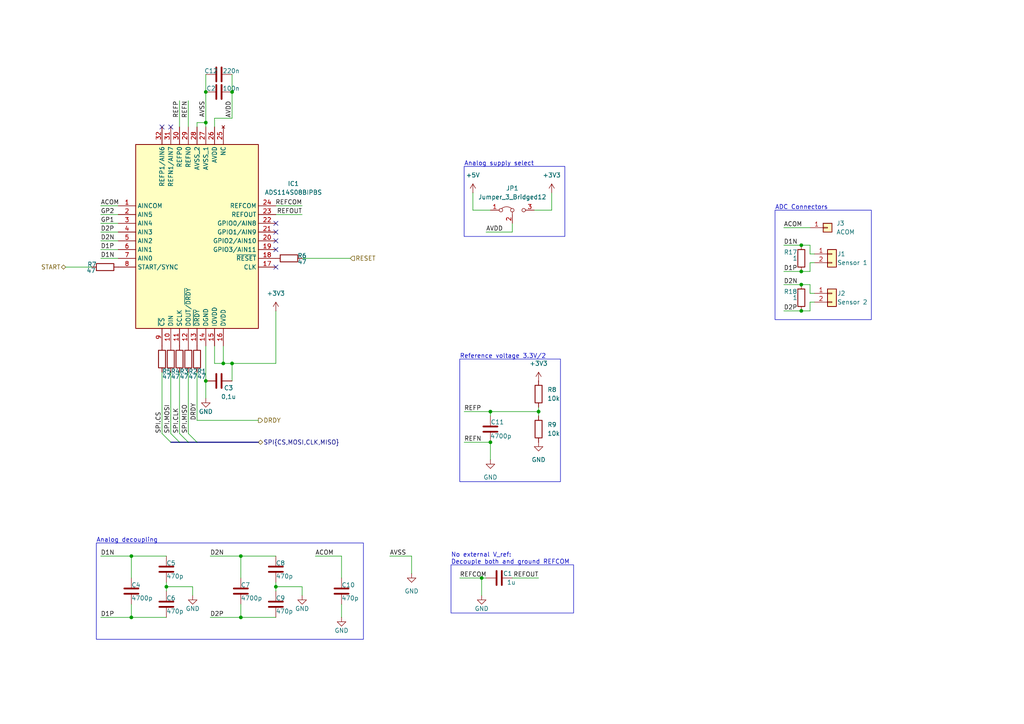
<source format=kicad_sch>
(kicad_sch (version 20250114) (generator "eeschema") (generator_version "9.0")
  (paper "A4")
  (lib_symbols
    (symbol "ADS114S08BIPBS:ADS114S08BIPBS"
      (property "Reference" "IC" (at 41.91 22.86 0))
      (property "Value" "ADS114S08BIPBS" (at 41.91 20.32 0))
      (symbol "ADS114S08BIPBS_1_1"
        (rectangle (start 5.08 17.78) (end 40.64 -35.56) (stroke (width 0.254)) (fill (type background)))
        (pin passive line (at 0 0 0) (length 5.08) (name "AINCOM") (number "1"))
        (pin passive line (at 0 -2.54 0) (length 5.08) (name "AIN5") (number "2"))
        (pin passive line (at 0 -5.08 0) (length 5.08) (name "AIN4") (number "3"))
        (pin passive line (at 0 -7.62 0) (length 5.08) (name "AIN3") (number "4"))
        (pin passive line (at 0 -10.16 0) (length 5.08) (name "AIN2") (number "5"))
        (pin passive line (at 0 -12.7 0) (length 5.08) (name "AIN1") (number "6"))
        (pin passive line (at 0 -15.24 0) (length 5.08) (name "AIN0") (number "7"))
        (pin passive line (at 0 -17.78 0) (length 5.08) (name "START/SYNC") (number "8"))
        (pin passive line (at 12.7 22.86 270) (length 5.08) (name "REFP1/AIN6") (number "32"))
        (pin passive line (at 12.7 -40.64 90) (length 5.08) (name "~{CS}") (number "9"))
        (pin passive line (at 15.24 22.86 270) (length 5.08) (name "REFN1/AIN7") (number "31"))
        (pin passive line (at 15.24 -40.64 90) (length 5.08) (name "DIN") (number "10"))
        (pin passive line (at 17.78 22.86 270) (length 5.08) (name "REFP0") (number "30"))
        (pin passive line (at 17.78 -40.64 90) (length 5.08) (name "SCLK") (number "11"))
        (pin passive line (at 20.32 22.86 270) (length 5.08) (name "REFN0") (number "29"))
        (pin passive line (at 20.32 -40.64 90) (length 5.08) (name "DOUT/~{DRDY}") (number "12"))
        (pin passive line (at 22.86 22.86 270) (length 5.08) (name "AVSS_2") (number "28"))
        (pin passive line (at 22.86 -40.64 90) (length 5.08) (name "~{DRDY}") (number "13"))
        (pin passive line (at 25.4 22.86 270) (length 5.08) (name "AVSS_1") (number "27"))
        (pin passive line (at 25.4 -40.64 90) (length 5.08) (name "DGND") (number "14"))
        (pin passive line (at 27.94 22.86 270) (length 5.08) (name "AVDD") (number "26"))
        (pin passive line (at 27.94 -40.64 90) (length 5.08) (name "IOVDD") (number "15"))
        (pin no_connect line (at 30.48 22.86 270) (length 5.08) (name "NC") (number "25"))
        (pin passive line (at 30.48 -40.64 90) (length 5.08) (name "DVDD") (number "16"))
        (pin passive line (at 45.72 0 180) (length 5.08) (name "REFCOM") (number "24"))
        (pin passive line (at 45.72 -2.54 180) (length 5.08) (name "REFOUT") (number "23"))
        (pin passive line (at 45.72 -5.08 180) (length 5.08) (name "GPIO0/AIN8") (number "22"))
        (pin passive line (at 45.72 -7.62 180) (length 5.08) (name "GPIO1/AIN9") (number "21"))
        (pin passive line (at 45.72 -10.16 180) (length 5.08) (name "GPIO2/AIN10") (number "20"))
        (pin passive line (at 45.72 -12.7 180) (length 5.08) (name "GPIO3/AIN11") (number "19"))
        (pin passive line (at 45.72 -15.24 180) (length 5.08) (name "~{RESET}") (number "18"))
        (pin passive line (at 45.72 -17.78 180) (length 5.08) (name "CLK") (number "17"))
      )
    )
    (symbol "Connector_Generic:Conn_01x01" (pin_names (offset 1.016) (hide yes))
      (property "Reference" "J" (at 0 2.54 0))
      (property "Value" "Conn_01x01" (at 0 -2.54 0))
      (symbol "Conn_01x01_1_1"
        (rectangle (start -1.27 1.27) (end 1.27 -1.27) (stroke (width 0.254)) (fill (type background)))
        (rectangle (start -1.27 0.127) (end 0 -0.127) (stroke (width 0.1524)))
        (pin passive line (at -5.08 0 0) (length 3.81) (name "Pin_1") (number "1"))
      )
    )
    (symbol "Connector_Generic:Conn_01x02" (pin_names (offset 1.016) (hide yes))
      (property "Reference" "J" (at 0 2.54 0))
      (property "Value" "Conn_01x02" (at 0 -5.08 0))
      (symbol "Conn_01x02_1_1"
        (rectangle (start -1.27 1.27) (end 1.27 -3.81) (stroke (width 0.254)) (fill (type background)))
        (rectangle (start -1.27 0.127) (end 0 -0.127) (stroke (width 0.1524)))
        (rectangle (start -1.27 -2.413) (end 0 -2.667) (stroke (width 0.1524)))
        (pin passive line (at -5.08 0 0) (length 3.81) (name "Pin_1") (number "1"))
        (pin passive line (at -5.08 -2.54 0) (length 3.81) (name "Pin_2") (number "2"))
      )
    )
    (symbol "Device:C" (pin_numbers (hide yes)) (pin_names (offset 0.254))
      (property "Reference" "C" (at 0.635 2.54 0))
      (property "Value" "C" (at 0.635 -2.54 0))
      (symbol "C_0_1"
        (polyline (pts (xy -2.032 0.762) (xy 2.032 0.762)) (stroke (width 0.508)))
        (polyline (pts (xy -2.032 -0.762) (xy 2.032 -0.762)) (stroke (width 0.508)))
      )
      (symbol "C_1_1"
        (pin passive line (at 0 3.81 270) (length 2.794) (name "~") (number "1"))
        (pin passive line (at 0 -3.81 90) (length 2.794) (name "~") (number "2"))
      )
    )
    (symbol "Device:R" (pin_numbers (hide yes)) (pin_names (offset 0))
      (property "Reference" "R" (at 2.032 0 90))
      (property "Value" "R" (at 0 0 90))
      (symbol "R_0_1"
        (rectangle (start -1.016 -2.54) (end 1.016 2.54) (stroke (width 0.254)))
      )
      (symbol "R_1_1"
        (pin passive line (at 0 3.81 270) (length 1.27) (name "~") (number "1"))
        (pin passive line (at 0 -3.81 90) (length 1.27) (name "~") (number "2"))
      )
    )
    (symbol "Jumper:Jumper_3_Bridged12" (pin_names (offset 0) (hide yes)) (exclude_from_sim yes) (in_bom no)
      (property "Reference" "JP" (at -2.54 -2.54 0))
      (property "Value" "Jumper_3_Bridged12" (at 0 2.794 0))
      (symbol "Jumper_3_Bridged12_0_0"
        (circle (center -3.302 0) (radius 0.508))
        (circle (center 0 0) (radius 0.508))
        (circle (center 3.302 0) (radius 0.508))
      )
      (symbol "Jumper_3_Bridged12_0_1"
        (arc (start -3.048 0.508) (mid -1.651 0.9912) (end -0.254 0.508))
        (polyline (pts (xy 0 -1.27) (xy 0 -0.508)))
      )
      (symbol "Jumper_3_Bridged12_1_1"
        (pin passive line (at -6.35 0 0) (length 2.54) (name "A") (number "1"))
        (pin passive line (at 0 -3.81 90) (length 2.54) (name "C") (number "2"))
        (pin passive line (at 6.35 0 180) (length 2.54) (name "B") (number "3"))
      )
    )
    (symbol "power:+3V3" (power) (pin_numbers (hide yes)) (pin_names (offset 0) (hide yes))
      (property "Value" "+3V3" (at 0 3.556 0))
      (symbol "+3V3_0_1"
        (polyline (pts (xy -0.762 1.27) (xy 0 2.54)))
        (polyline (pts (xy 0 2.54) (xy 0.762 1.27)))
        (polyline (pts (xy 0 0) (xy 0 2.54)))
      )
      (symbol "+3V3_1_1"
        (pin power_in line (at 0 0 90) (length 0) (name "~") (number "1"))
      )
    )
    (symbol "power:+5V" (power) (pin_numbers (hide yes)) (pin_names (offset 0) (hide yes))
      (property "Value" "+5V" (at 0 3.556 0))
      (symbol "+5V_0_1"
        (polyline (pts (xy -0.762 1.27) (xy 0 2.54)))
        (polyline (pts (xy 0 2.54) (xy 0.762 1.27)))
        (polyline (pts (xy 0 0) (xy 0 2.54)))
      )
      (symbol "+5V_1_1"
        (pin power_in line (at 0 0 90) (length 0) (name "~") (number "1"))
      )
    )
    (symbol "power:GND" (power) (pin_numbers (hide yes)) (pin_names (offset 0) (hide yes))
      (property "Value" "GND" (at 0 -3.81 0))
      (symbol "GND_0_1"
        (polyline (pts (xy 0 0) (xy 0 -1.27) (xy 1.27 -1.27) (xy 0 -2.54) (xy -1.27 -1.27) (xy 0 -1.27)))
      )
      (symbol "GND_1_1"
        (pin power_in line (at 0 0 270) (length 0) (name "~") (number "1"))
      )
    )
  )
  (rectangle (start 134.62 48.26) (end 163.83 68.58))
  (rectangle (start 224.79 60.96) (end 252.73 92.71))
  (rectangle (start 27.94 157.48) (end 105.41 185.42))
  (rectangle (start 130.81 163.83) (end 166.37 177.8))
  (rectangle (start 133.35 104.14) (end 162.56 139.7))
  (text "ADC Connectors" (at 224.79 60.96 0) (effects (font (size 1.27 1.27)) (justify left bottom)))
  (text "Analog decoupling" (at 27.94 157.48 0) (effects (font (size 1.27 1.27)) (justify left bottom)))
  (text "No external V_ref:\nDecouple both and ground REFCOM" (at 130.81 163.83 0) (effects (font (size 1.27 1.27)) (justify left bottom)))
  (text "Reference voltage 3.3V/2" (at 133.35 104.14 0) (effects (font (size 1.27 1.27)) (justify left bottom)))
  (text "Analog supply select" (at 134.62 48.26 0) (effects (font (size 1.27 1.27)) (justify left bottom)))
  (junction (at 232.41 82.55))
  (junction (at 67.31 105.41))
  (junction (at 69.85 161.29))
  (junction (at 59.69 26.67))
  (junction (at 48.26 170.18))
  (junction (at 142.24 128.27))
  (junction (at 142.24 119.38))
  (junction (at 64.77 105.41))
  (junction (at 232.41 71.12))
  (junction (at 38.1 161.29))
  (junction (at 59.69 35.56))
  (junction (at 59.69 110.49))
  (junction (at 139.7 167.64))
  (junction (at 67.31 26.67))
  (junction (at 232.41 90.17))
  (junction (at 38.1 179.07))
  (junction (at 69.85 179.07))
  (junction (at 80.01 170.18))
  (junction (at 232.41 78.74))
  (junction (at 156.21 119.38))
  (no_connect (at 49.53 36.83))
  (no_connect (at 46.99 36.83))
  (no_connect (at 80.01 67.31))
  (no_connect (at 80.01 77.47))
  (no_connect (at 80.01 64.77))
  (no_connect (at 80.01 72.39))
  (no_connect (at 80.01 69.85))
  (bus_entry (at 46.99 125.73) (size 2.54 2.54))
  (bus_entry (at 49.53 125.73) (size 2.54 2.54))
  (bus_entry (at 54.61 125.73) (size 2.54 2.54))
  (bus_entry (at 52.07 125.73) (size 2.54 2.54))
  (wire (pts (xy 59.69 110.49) (xy 59.69 115.57)))
  (wire (pts (xy 62.23 34.29) (xy 62.23 36.83)))
  (wire (pts (xy 60.96 161.29) (xy 69.85 161.29)))
  (wire (pts (xy 232.41 78.74) (xy 234.95 78.74)))
  (wire (pts (xy 57.15 35.56) (xy 57.15 36.83)))
  (wire (pts (xy 227.33 78.74) (xy 232.41 78.74)))
  (wire (pts (xy 29.21 74.93) (xy 34.29 74.93)))
  (wire (pts (xy 29.21 59.69) (xy 34.29 59.69)))
  (wire (pts (xy 69.85 161.29) (xy 69.85 167.64)))
  (wire (pts (xy 48.26 170.18) (xy 48.26 171.45)))
  (wire (pts (xy 19.05 77.47) (xy 26.67 77.47)))
  (wire (pts (xy 69.85 179.07) (xy 80.01 179.07)))
  (wire (pts (xy 67.31 21.59) (xy 67.31 26.67)))
  (wire (pts (xy 57.15 121.92) (xy 57.15 107.95)))
  (wire (pts (xy 80.01 170.18) (xy 80.01 171.45)))
  (wire (pts (xy 234.95 90.17) (xy 234.95 87.63)))
  (wire (pts (xy 52.07 29.21) (xy 52.07 36.83)))
  (wire (pts (xy 48.26 168.91) (xy 48.26 170.18)))
  (wire (pts (xy 80.01 90.17) (xy 80.01 105.41)))
  (wire (pts (xy 139.7 167.64) (xy 139.7 172.72)))
  (wire (pts (xy 59.69 26.67) (xy 59.69 35.56)))
  (wire (pts (xy 69.85 161.29) (xy 80.01 161.29)))
  (wire (pts (xy 67.31 105.41) (xy 67.31 110.49)))
  (bus (pts (xy 52.07 128.27) (xy 54.61 128.27)))
  (wire (pts (xy 99.06 167.64) (xy 99.06 161.29)))
  (wire (pts (xy 234.95 78.74) (xy 234.95 76.2)))
  (wire (pts (xy 59.69 35.56) (xy 59.69 36.83)))
  (wire (pts (xy 119.38 161.29) (xy 113.03 161.29)))
  (wire (pts (xy 80.01 105.41) (xy 67.31 105.41)))
  (wire (pts (xy 87.63 170.18) (xy 87.63 172.72)))
  (bus (pts (xy 49.53 128.27) (xy 52.07 128.27)))
  (wire (pts (xy 234.95 71.12) (xy 234.95 73.66)))
  (wire (pts (xy 227.33 90.17) (xy 232.41 90.17)))
  (wire (pts (xy 142.24 119.38) (xy 156.21 119.38)))
  (wire (pts (xy 69.85 175.26) (xy 69.85 179.07)))
  (wire (pts (xy 142.24 133.35) (xy 142.24 128.27)))
  (wire (pts (xy 87.63 59.69) (xy 80.01 59.69)))
  (wire (pts (xy 38.1 175.26) (xy 38.1 179.07)))
  (wire (pts (xy 99.06 161.29) (xy 91.44 161.29)))
  (wire (pts (xy 54.61 29.21) (xy 54.61 36.83)))
  (wire (pts (xy 64.77 100.33) (xy 64.77 105.41)))
  (wire (pts (xy 133.35 167.64) (xy 139.7 167.64)))
  (wire (pts (xy 46.99 107.95) (xy 46.99 125.73)))
  (wire (pts (xy 87.63 62.23) (xy 80.01 62.23)))
  (wire (pts (xy 148.59 167.64) (xy 156.21 167.64)))
  (wire (pts (xy 134.62 128.27) (xy 142.24 128.27)))
  (wire (pts (xy 139.7 167.64) (xy 140.97 167.64)))
  (wire (pts (xy 67.31 26.67) (xy 67.31 34.29)))
  (wire (pts (xy 49.53 107.95) (xy 49.53 125.73)))
  (wire (pts (xy 57.15 121.92) (xy 74.93 121.92)))
  (wire (pts (xy 234.95 85.09) (xy 236.22 85.09)))
  (wire (pts (xy 80.01 170.18) (xy 87.63 170.18)))
  (wire (pts (xy 137.16 60.96) (xy 142.24 60.96)))
  (wire (pts (xy 232.41 82.55) (xy 234.95 82.55)))
  (wire (pts (xy 80.01 168.91) (xy 80.01 170.18)))
  (wire (pts (xy 55.88 170.18) (xy 55.88 172.72)))
  (wire (pts (xy 160.02 60.96) (xy 160.02 55.88)))
  (wire (pts (xy 29.21 67.31) (xy 34.29 67.31)))
  (wire (pts (xy 148.59 67.31) (xy 148.59 64.77)))
  (wire (pts (xy 54.61 107.95) (xy 54.61 125.73)))
  (bus (pts (xy 57.15 128.27) (xy 74.93 128.27)))
  (wire (pts (xy 38.1 161.29) (xy 38.1 167.64)))
  (wire (pts (xy 227.33 66.04) (xy 234.95 66.04)))
  (wire (pts (xy 156.21 119.38) (xy 156.21 120.65)))
  (wire (pts (xy 137.16 55.88) (xy 137.16 60.96)))
  (wire (pts (xy 29.21 179.07) (xy 38.1 179.07)))
  (wire (pts (xy 29.21 72.39) (xy 34.29 72.39)))
  (wire (pts (xy 62.23 105.41) (xy 62.23 100.33)))
  (wire (pts (xy 227.33 71.12) (xy 232.41 71.12)))
  (wire (pts (xy 29.21 161.29) (xy 38.1 161.29)))
  (wire (pts (xy 234.95 82.55) (xy 234.95 85.09)))
  (wire (pts (xy 52.07 107.95) (xy 52.07 125.73)))
  (wire (pts (xy 99.06 179.07) (xy 99.06 175.26)))
  (wire (pts (xy 38.1 179.07) (xy 48.26 179.07)))
  (wire (pts (xy 156.21 118.11) (xy 156.21 119.38)))
  (wire (pts (xy 57.15 35.56) (xy 59.69 35.56)))
  (wire (pts (xy 234.95 76.2) (xy 236.22 76.2)))
  (wire (pts (xy 232.41 71.12) (xy 234.95 71.12)))
  (wire (pts (xy 67.31 34.29) (xy 62.23 34.29)))
  (wire (pts (xy 29.21 64.77) (xy 34.29 64.77)))
  (wire (pts (xy 29.21 62.23) (xy 34.29 62.23)))
  (wire (pts (xy 134.62 119.38) (xy 142.24 119.38)))
  (wire (pts (xy 64.77 105.41) (xy 62.23 105.41)))
  (wire (pts (xy 154.94 60.96) (xy 160.02 60.96)))
  (wire (pts (xy 142.24 119.38) (xy 142.24 120.65)))
  (wire (pts (xy 140.97 67.31) (xy 148.59 67.31)))
  (wire (pts (xy 29.21 69.85) (xy 34.29 69.85)))
  (wire (pts (xy 119.38 166.37) (xy 119.38 161.29)))
  (wire (pts (xy 227.33 82.55) (xy 232.41 82.55)))
  (wire (pts (xy 48.26 170.18) (xy 55.88 170.18)))
  (wire (pts (xy 38.1 161.29) (xy 48.26 161.29)))
  (wire (pts (xy 59.69 100.33) (xy 59.69 110.49)))
  (wire (pts (xy 232.41 90.17) (xy 234.95 90.17)))
  (wire (pts (xy 234.95 73.66) (xy 236.22 73.66)))
  (wire (pts (xy 234.95 87.63) (xy 236.22 87.63)))
  (bus (pts (xy 54.61 128.27) (xy 57.15 128.27)))
  (wire (pts (xy 87.63 74.93) (xy 101.6 74.93)))
  (wire (pts (xy 59.69 21.59) (xy 59.69 26.67)))
  (wire (pts (xy 60.96 179.07) (xy 69.85 179.07)))
  (wire (pts (xy 67.31 105.41) (xy 64.77 105.41)))
  (label "GP1" (at 29.21 64.77 0))
  (label "D1P" (at 29.21 179.07 0))
  (label "REFCOM" (at 133.35 167.64 0))
  (label "D1N" (at 29.21 74.93 0))
  (label "SPI.CS" (at 46.99 125.73 90))
  (label "SPI.MOSI" (at 49.53 125.73 90))
  (label "D1N" (at 227.33 71.12 0))
  (label "D2P" (at 29.21 67.31 0))
  (label "ACOM" (at 29.21 59.69 0))
  (label "REFCOM" (at 87.63 59.69 180))
  (label "REFOUT" (at 156.21 167.64 180))
  (label "AVDD" (at 140.97 67.31 0))
  (label "ACOM" (at 91.44 161.29 0))
  (label "GP2" (at 29.21 62.23 0))
  (label "AVDD" (at 67.31 29.21 270))
  (label "D1P" (at 29.21 72.39 0))
  (label "REFN" (at 54.61 29.21 270))
  (label "D1P" (at 227.33 78.74 0))
  (label "D2N" (at 60.96 161.29 0))
  (label "SPI.CLK" (at 52.07 125.73 90))
  (label "D2P" (at 60.96 179.07 0))
  (label "D2N" (at 29.21 69.85 0))
  (label "REFOUT" (at 87.63 62.23 180))
  (label "REFP" (at 52.07 29.21 270))
  (label "REFP" (at 134.62 119.38 0))
  (label "SPI.MISO" (at 54.61 125.73 90))
  (label "ACOM" (at 227.33 66.04 0))
  (label "AVSS" (at 113.03 161.29 0))
  (label "D2P" (at 227.33 90.17 0))
  (label "D2N" (at 227.33 82.55 0))
  (label "REFN" (at 134.62 128.27 0))
  (label "D1N" (at 29.21 161.29 0))
  (label "AVSS" (at 59.69 29.21 270))
  (label "DRDY" (at 57.15 121.92 90))
  (hierarchical_label "SPI{CS,MOSI,CLK,MISO}" (shape bidirectional) (at 74.93 128.27 0))
  (hierarchical_label "RESET" (shape input) (at 101.6 74.93 0))
  (hierarchical_label "START" (shape bidirectional) (at 19.05 77.47 180))
  (hierarchical_label "DRDY" (shape output) (at 74.93 121.92 0))
  (symbol (lib_id "power:GND") (at 99.06 179.07 0) (unit 1)
    (property "Reference" "#PWR014" (effects (hide yes)))
    (property "Value" "GND" (at 99.06 182.88 0))
    (property "Description" "Power symbol creates a global label with name \"GND\" , ground" (effects (hide yes)))
  )
  (symbol (lib_id "Device:R") (at 156.21 114.3 0) (unit 1)
    (property "Reference" "R8" (at 158.75 113.0299 0) (effects (justify left)))
    (property "Value" "10k" (at 158.75 115.5699 0) (effects (justify left)))
    (property "Footprint" "Resistor_SMD:R_0603_1608Metric_Pad0.98x0.95mm_HandSolder" (effects (hide yes)))
    (property "Description" "Resistor" (effects (hide yes)))
  )
  (symbol (lib_id "Device:C") (at 48.26 165.1 0) (unit 1)
    (property "Reference" "C5" (at 48.26 163.322 0) (effects (justify left)))
    (property "Value" "470p" (at 48.26 167.132 0) (effects (justify left)))
    (property "Footprint" "Capacitor_SMD:C_0603_1608Metric_Pad1.08x0.95mm_HandSolder" (effects (hide yes)))
    (property "Description" "Unpolarized capacitor" (effects (hide yes)))
  )
  (symbol (lib_id "Connector_Generic:Conn_01x02") (at 241.3 73.66 0) (unit 1)
    (property "Reference" "J1" (at 242.824 73.66 0) (effects (justify left)))
    (property "Value" "Sensor 1" (at 242.824 76.2 0) (effects (justify left)))
    (property "Footprint" "Connector_Wire:SolderWire-0.1sqmm_1x02_P3.6mm_D0.4mm_OD1mm" (effects (hide yes)))
    (property "Description" "Generic connector, single row, 01x02, script generated (kicad-library-utils/schlib/autogen/connector/)" (effects (hide yes)))
  )
  (symbol (lib_id "Device:R") (at 83.82 74.93 90) (unit 1)
    (property "Reference" "R6" (at 87.63 74.168 90))
    (property "Value" "47" (at 87.63 75.946 90))
    (property "Footprint" "Resistor_SMD:R_0603_1608Metric_Pad0.98x0.95mm_HandSolder" (effects (hide yes)))
    (property "Description" "Resistor" (effects (hide yes)))
  )
  (symbol (lib_id "Device:C") (at 99.06 171.45 0) (unit 1)
    (property "Reference" "C10" (at 99.06 169.672 0) (effects (justify left)))
    (property "Value" "470p" (at 99.06 173.482 0) (effects (justify left)))
    (property "Footprint" "Capacitor_SMD:C_0603_1608Metric_Pad1.08x0.95mm_HandSolder" (effects (hide yes)))
    (property "Description" "Unpolarized capacitor" (effects (hide yes)))
  )
  (symbol (lib_id "Device:R") (at 232.41 86.36 0) (unit 1)
    (property "Reference" "R18" (at 227.33 84.582 0) (effects (justify left)))
    (property "Value" "1" (at 229.87 86.36 0) (effects (justify left)))
    (property "Footprint" "Resistor_SMD:R_0603_1608Metric_Pad0.98x0.95mm_HandSolder" (effects (hide yes)))
    (property "Description" "Resistor" (effects (hide yes)))
  )
  (symbol (lib_id "power:GND") (at 87.63 172.72 0) (unit 1)
    (property "Reference" "#PWR013" (effects (hide yes)))
    (property "Value" "GND" (at 87.63 176.53 0))
    (property "Description" "Power symbol creates a global label with name \"GND\" , ground" (effects (hide yes)))
  )
  (symbol (lib_id "power:+3V3") (at 80.01 90.17 0) (unit 1)
    (property "Reference" "#PWR04" (effects (hide yes)))
    (property "Value" "+3V3" (at 80.01 85.09 0))
    (property "Description" "Power symbol creates a global label with name \"+3V3\"" (effects (hide yes)))
  )
  (symbol (lib_id "power:+5V") (at 137.16 55.88 0) (unit 1)
    (property "Reference" "#PWR09" (effects (hide yes)))
    (property "Value" "+5V" (at 137.16 50.8 0))
    (property "Description" "Power symbol creates a global label with name \"+5V\"" (effects (hide yes)))
  )
  (symbol (lib_id "power:GND") (at 55.88 172.72 0) (unit 1)
    (property "Reference" "#PWR010" (effects (hide yes)))
    (property "Value" "GND" (at 55.88 176.53 0))
    (property "Description" "Power symbol creates a global label with name \"GND\" , ground" (effects (hide yes)))
  )
  (symbol (lib_id "Device:C") (at 142.24 124.46 180) (unit 1)
    (property "Reference" "C11" (at 144.272 122.428 0))
    (property "Value" "4700p" (at 145.288 126.492 0))
    (property "Footprint" "Capacitor_SMD:C_0603_1608Metric_Pad1.08x0.95mm_HandSolder" (effects (hide yes)))
    (property "Description" "Unpolarized capacitor" (effects (hide yes)))
  )
  (symbol (lib_id "Connector_Generic:Conn_01x02") (at 241.3 85.09 0) (unit 1)
    (property "Reference" "J2" (at 242.824 85.09 0) (effects (justify left)))
    (property "Value" "Sensor 2" (at 242.824 87.63 0) (effects (justify left)))
    (property "Footprint" "Connector_Wire:SolderWire-0.1sqmm_1x02_P3.6mm_D0.4mm_OD1mm" (effects (hide yes)))
    (property "Description" "Generic connector, single row, 01x02, script generated (kicad-library-utils/schlib/autogen/connector/)" (effects (hide yes)))
  )
  (symbol (lib_id "ADS114S08BIPBS:ADS114S08BIPBS") (at 34.29 59.69 0) (unit 1)
    (property "Reference" "IC1" (at 85.09 53.2698 0))
    (property "Value" "ADS114S08BIPBS" (at 85.09 55.8098 0))
    (property "Footprint" "ADS114S08BIPBS:QFP50P700X700X120-32N" (effects (hide yes)))
    (property "Datasheet" "http://www.ti.com/lit/ds/symlink/ads114s06b.pdf" (effects (hide yes)))
    (property "Description" "16-Bit, 4kSPS, 12-Ch Delta-Sigma ADC With PGA and Voltage Reference for Low-Cost Applications" (effects (hide yes)))
    (property "Height" "1.2" (effects (hide yes)))
    (property "Mouser Part Number" "595-ADS114S08BIPBS" (effects (hide yes)))
    (property "Mouser Price/Stock" "https://www.mouser.co.uk/ProductDetail/Texas-Instruments/ADS114S08BIPBS?qs=BZBei1rCqCDQBH%2FvFX3yrQ%3D%3D" (effects (hide yes)))
    (property "Manufacturer_Name" "Texas Instruments" (effects (hide yes)))
    (property "Manufacturer_Part_Number" "ADS114S08BIPBS" (effects (hide yes)))
  )
  (symbol (lib_id "Device:C") (at 63.5 21.59 90) (unit 1)
    (property "Reference" "C12" (at 61.214 20.574 90))
    (property "Value" "220n" (at 67.056 20.574 90))
    (property "Footprint" "Capacitor_SMD:C_0603_1608Metric_Pad1.08x0.95mm_HandSolder" (effects (hide yes)))
    (property "Description" "Unpolarized capacitor" (effects (hide yes)))
  )
  (symbol (lib_id "power:GND") (at 142.24 133.35 0) (unit 1)
    (property "Reference" "#PWR015" (effects (hide yes)))
    (property "Value" "GND" (at 142.24 138.43 0))
    (property "Description" "Power symbol creates a global label with name \"GND\" , ground" (effects (hide yes)))
  )
  (symbol (lib_id "power:GND") (at 59.69 115.57 0) (unit 1)
    (property "Reference" "#PWR01" (effects (hide yes)))
    (property "Value" "GND" (at 59.69 119.38 0))
    (property "Description" "Power symbol creates a global label with name \"GND\" , ground" (effects (hide yes)))
  )
  (symbol (lib_id "Device:R") (at 46.99 104.14 0) (unit 1)
    (property "Reference" "R5" (at 46.99 107.696 0) (effects (justify left)))
    (property "Value" "47" (at 46.99 109.22 0) (effects (justify left)))
    (property "Footprint" "Resistor_SMD:R_0603_1608Metric_Pad0.98x0.95mm_HandSolder" (effects (hide yes)))
    (property "Description" "Resistor" (effects (hide yes)))
  )
  (symbol (lib_id "Device:R") (at 57.15 104.14 0) (unit 1)
    (property "Reference" "R1" (at 57.15 107.696 0) (effects (justify left)))
    (property "Value" "47" (at 57.15 109.22 0) (effects (justify left)))
    (property "Footprint" "Resistor_SMD:R_0603_1608Metric_Pad0.98x0.95mm_HandSolder" (effects (hide yes)))
    (property "Description" "Resistor" (effects (hide yes)))
  )
  (symbol (lib_id "Device:R") (at 49.53 104.14 0) (unit 1)
    (property "Reference" "R4" (at 49.53 107.696 0) (effects (justify left)))
    (property "Value" "47" (at 49.53 109.22 0) (effects (justify left)))
    (property "Footprint" "Resistor_SMD:R_0603_1608Metric_Pad0.98x0.95mm_HandSolder" (effects (hide yes)))
    (property "Description" "Resistor" (effects (hide yes)))
  )
  (symbol (lib_id "Device:C") (at 80.01 165.1 0) (unit 1)
    (property "Reference" "C8" (at 80.01 163.322 0) (effects (justify left)))
    (property "Value" "470p" (at 80.01 167.132 0) (effects (justify left)))
    (property "Footprint" "Capacitor_SMD:C_0603_1608Metric_Pad1.08x0.95mm_HandSolder" (effects (hide yes)))
    (property "Description" "Unpolarized capacitor" (effects (hide yes)))
  )
  (symbol (lib_id "Device:C") (at 38.1 171.45 0) (unit 1)
    (property "Reference" "C4" (at 38.1 169.672 0) (effects (justify left)))
    (property "Value" "4700p" (at 38.1 173.482 0) (effects (justify left)))
    (property "Footprint" "Capacitor_SMD:C_0603_1608Metric_Pad1.08x0.95mm_HandSolder" (effects (hide yes)))
    (property "Description" "Unpolarized capacitor" (effects (hide yes)))
  )
  (symbol (lib_id "power:GND") (at 156.21 128.27 0) (unit 1)
    (property "Reference" "#PWR012" (effects (hide yes)))
    (property "Value" "GND" (at 156.21 133.35 0))
    (property "Description" "Power symbol creates a global label with name \"GND\" , ground" (effects (hide yes)))
  )
  (symbol (lib_id "Connector_Generic:Conn_01x01") (at 240.03 66.04 0) (unit 1)
    (property "Reference" "J3" (at 242.57 64.7699 0) (effects (justify left)))
    (property "Value" "ACOM" (at 242.57 67.3099 0) (effects (justify left)))
    (property "Footprint" "Connector_Wire:SolderWire-0.1sqmm_1x01_D0.4mm_OD1mm" (effects (hide yes)))
    (property "Description" "Generic connector, single row, 01x01, script generated (kicad-library-utils/schlib/autogen/connector/)" (effects (hide yes)))
  )
  (symbol (lib_id "Device:R") (at 156.21 124.46 0) (unit 1)
    (property "Reference" "R9" (at 158.75 123.1899 0) (effects (justify left)))
    (property "Value" "10k" (at 158.75 125.7299 0) (effects (justify left)))
    (property "Footprint" "Resistor_SMD:R_0603_1608Metric_Pad0.98x0.95mm_HandSolder" (effects (hide yes)))
    (property "Description" "Resistor" (effects (hide yes)))
  )
  (symbol (lib_id "Device:R") (at 52.07 104.14 0) (unit 1)
    (property "Reference" "R3" (at 52.07 107.696 0) (effects (justify left)))
    (property "Value" "47" (at 52.07 109.22 0) (effects (justify left)))
    (property "Footprint" "Resistor_SMD:R_0603_1608Metric_Pad0.98x0.95mm_HandSolder" (effects (hide yes)))
    (property "Description" "Resistor" (effects (hide yes)))
  )
  (symbol (lib_id "power:GND") (at 139.7 172.72 0) (unit 1)
    (property "Reference" "#PWR05" (effects (hide yes)))
    (property "Value" "GND" (at 139.7 176.53 0))
    (property "Description" "Power symbol creates a global label with name \"GND\" , ground" (effects (hide yes)))
  )
  (symbol (lib_id "Device:C") (at 48.26 175.26 0) (unit 1)
    (property "Reference" "C6" (at 48.26 173.482 0) (effects (justify left)))
    (property "Value" "470p" (at 48.26 177.292 0) (effects (justify left)))
    (property "Footprint" "Capacitor_SMD:C_0603_1608Metric_Pad1.08x0.95mm_HandSolder" (effects (hide yes)))
    (property "Description" "Unpolarized capacitor" (effects (hide yes)))
  )
  (symbol (lib_id "Device:C") (at 69.85 171.45 0) (unit 1)
    (property "Reference" "C7" (at 69.85 169.672 0) (effects (justify left)))
    (property "Value" "4700p" (at 69.85 173.482 0) (effects (justify left)))
    (property "Footprint" "Capacitor_SMD:C_0603_1608Metric_Pad1.08x0.95mm_HandSolder" (effects (hide yes)))
    (property "Description" "Unpolarized capacitor" (effects (hide yes)))
  )
  (symbol (lib_id "Device:C") (at 63.5 110.49 90) (unit 1)
    (property "Reference" "C3" (at 66.294 112.522 90))
    (property "Value" "0,1u" (at 66.294 115.062 90))
    (property "Footprint" "Capacitor_SMD:C_0603_1608Metric_Pad1.08x0.95mm_HandSolder" (effects (hide yes)))
    (property "Description" "Unpolarized capacitor" (effects (hide yes)))
  )
  (symbol (lib_id "Device:R") (at 30.48 77.47 90) (unit 1)
    (property "Reference" "R7" (at 26.67 76.708 90))
    (property "Value" "47" (at 26.416 78.486 90))
    (property "Footprint" "Resistor_SMD:R_0603_1608Metric_Pad0.98x0.95mm_HandSolder" (effects (hide yes)))
    (property "Description" "Resistor" (effects (hide yes)))
  )
  (symbol (lib_id "Device:C") (at 63.5 26.67 90) (unit 1)
    (property "Reference" "C2" (at 61.214 25.654 90))
    (property "Value" "100n" (at 67.056 25.654 90))
    (property "Footprint" "Capacitor_SMD:C_0603_1608Metric_Pad1.08x0.95mm_HandSolder" (effects (hide yes)))
    (property "Description" "Unpolarized capacitor" (effects (hide yes)))
  )
  (symbol (lib_id "Jumper:Jumper_3_Bridged12") (at 148.59 60.96 0) (unit 1) (exclude_from_sim yes) (in_bom no)
    (property "Reference" "JP1" (at 148.59 54.61 0))
    (property "Value" "Jumper_3_Bridged12" (at 148.59 57.15 0))
    (property "Footprint" "Connector_PinHeader_2.54mm:PinHeader_1x03_P2.54mm_Vertical" (effects (hide yes)))
    (property "Description" "Jumper, 3-pole, pins 1+2 closed/bridged" (effects (hide yes)))
  )
  (symbol (lib_id "power:+3V3") (at 160.02 55.88 0) (unit 1)
    (property "Reference" "#PWR03" (effects (hide yes)))
    (property "Value" "+3V3" (at 160.02 50.8 0))
    (property "Description" "Power symbol creates a global label with name \"+3V3\"" (effects (hide yes)))
  )
  (symbol (lib_id "power:GND") (at 119.38 166.37 0) (unit 1)
    (property "Reference" "#PWR02" (effects (hide yes)))
    (property "Value" "GND" (at 119.38 171.45 0))
    (property "Description" "Power symbol creates a global label with name \"GND\" , ground" (effects (hide yes)))
  )
  (symbol (lib_id "Device:R") (at 232.41 74.93 0) (unit 1)
    (property "Reference" "R17" (at 227.33 73.152 0) (effects (justify left)))
    (property "Value" "1" (at 229.87 74.93 0) (effects (justify left)))
    (property "Footprint" "Resistor_SMD:R_0603_1608Metric_Pad0.98x0.95mm_HandSolder" (effects (hide yes)))
    (property "Description" "Resistor" (effects (hide yes)))
  )
  (symbol (lib_id "power:+3V3") (at 156.21 110.49 0) (unit 1)
    (property "Reference" "#PWR011" (effects (hide yes)))
    (property "Value" "+3V3" (at 156.21 105.41 0))
    (property "Description" "Power symbol creates a global label with name \"+3V3\"" (effects (hide yes)))
  )
  (symbol (lib_id "Device:C") (at 144.78 167.64 270) (unit 1)
    (property "Reference" "C1" (at 148.59 166.37 90) (effects (justify right)))
    (property "Value" "1u" (at 149.606 168.91 90) (effects (justify right)))
    (property "Footprint" "Capacitor_SMD:C_0603_1608Metric_Pad1.08x0.95mm_HandSolder" (effects (hide yes)))
    (property "Description" "Unpolarized capacitor" (effects (hide yes)))
  )
  (symbol (lib_id "Device:C") (at 80.01 175.26 0) (unit 1)
    (property "Reference" "C9" (at 80.01 173.482 0) (effects (justify left)))
    (property "Value" "470p" (at 80.01 177.292 0) (effects (justify left)))
    (property "Footprint" "Capacitor_SMD:C_0603_1608Metric_Pad1.08x0.95mm_HandSolder" (effects (hide yes)))
    (property "Description" "Unpolarized capacitor" (effects (hide yes)))
  )
  (symbol (lib_id "Device:R") (at 54.61 104.14 0) (unit 1)
    (property "Reference" "R2" (at 54.61 107.696 0) (effects (justify left)))
    (property "Value" "47" (at 54.61 109.22 0) (effects (justify left)))
    (property "Footprint" "Resistor_SMD:R_0603_1608Metric_Pad0.98x0.95mm_HandSolder" (effects (hide yes)))
    (property "Description" "Resistor" (effects (hide yes)))
  )
)
</source>
